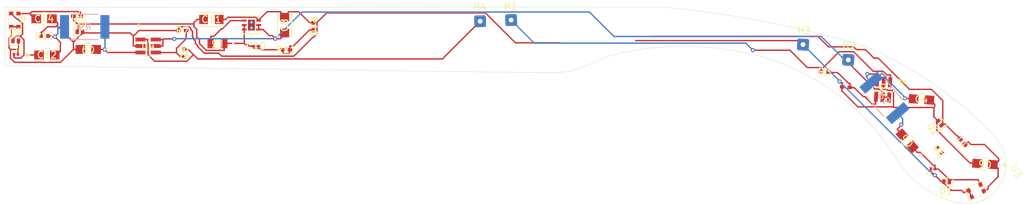
<source format=kicad_pcb>
(kicad_pcb (version 20240108) (generator "pcbnew") (generator_version "8.0")
  (layers (0 "F.Cu" signal) (31 "B.Cu" signal) (34 "B.Paste" user) (35 "F.Paste" user) (36 "B.SilkS" user "B.Silkscreen") (37 "F.SilkS" user "F.Silkscreen") (38 "B.Mask" user) (39 "F.Mask" user) (44 "Edge.Cuts" user))
  (net 0 "")
  (net 1 "Net-(U1-EN)")
  (net 2 "Net-(D1-A2)")
  (net 3 "Net-(D2-A1)")
  (net 4 "Net-(U2-IN+)")
  (net 5 "Net-(C5-Pad2)")
  (net 6 "Net-(D1-A1)")
  (net 7 "Net-(U3-GND)")
  (net 8 "Net-(U2-OUT)")
  (net 9 "Net-(U2-IN-)")
  (net 10 "Net-(U4-IN+)")
  (net 11 "Net-(D3-A1)")
  (net 12 "Net-(C12-Pad2)")
  (net 13 "Net-(D4-A1)")
  (net 14 "Net-(U6-2V)")
  (net 15 "Net-(U4-OUT)")
  (net 16 "Net-(U5-SW)")
  (net 17 "Net-(U4-IN-)")
  (footprint "ARGlasses:G-033_MUR" (layer "F.Cu") (at 96.3199 76.0725)
    (property "Reference" "C10")
    (property "Value" "22pF")
  )
  (footprint "ARGlasses:RES_RN73R_1E_KOA" (layer "F.Cu") (at 65.4776 74.5866)
    (property "Reference" "R12")
    (property "Value" "17.8kO")
  )
  (footprint "Voltage Regulator:DRV6_1P6X1" (layer "F.Cu") (at 95.6702 72.989)
    (property "Reference" "U5" (hide yes))
    (property "Value" "TPS62122DRVR")
  )
  (footprint "ARGlasses:RC0402N_PAN" (layer "F.Cu") (at 179.3431 79.8406 -4)
    (property "Reference" "R3")
    (property "Value" "15kO")
  )
  (footprint "ARGlasses:IND_BLM15_0402_MUR" (layer "F.Cu") (at 199.4581 90.0731 -49)
    (property "Reference" "L1")
    (property "Value" "BLM15AG102SN1D")
  )
  (footprint "ARGlasses:RC0402N_PAN" (layer "F.Cu") (at 85.8514 77.0675 -90)
    (property "Reference" "R8")
    (property "Value" "15kO")
  )
  (footprint "ARGlasses:RC0402N_PAN" (layer "F.Cu") (at 182.4398 82.0705 -4)
    (property "Reference" "R4" (hide yes))
    (property "Value" "10kO")
  )
  (footprint "Single Input Op Amp:DBV6" (layer "F.Cu") (at 187.8644 82.414 -94)
    (property "Reference" "U2")
    (property "Value" "OPA341NA/3K")
  )
  (footprint "ARGlasses:CMM2718AT" (layer "F.Cu") (at 201.445 97.2356 -64)
    (property "Reference" "U3")
    (property "Value" "~")
  )
  (footprint "ARGlasses:CAPC0603X33N" (layer "F.Cu") (at 195.1301 94.0202 176)
    (property "Reference" "C7")
    (property "Value" "15pF")
  )
  (footprint "Connector_Wire:SolderWire-0.15sqmm_1x01_D0.5mm_OD1.5mm" (layer "F.Cu") (at 129.0502 72.4316 1)
    (property "Reference" "H4")
    (property "Value" "MountingHole_Pad")
  )
  (footprint "ARGlasses:RC0402N_PAN" (layer "F.Cu") (at 85.588 73.7898)
    (property "Reference" "R7")
    (property "Value" "10kO")
  )
  (footprint "Diode_SMD:D_SOD-882D" (layer "F.Cu") (at 197.1289 95.9198 176)
    (property "Reference" "D1")
    (property "Value" "D_TVS")
  )
  (footprint "ARGlasses:CAPMP3.4X1.6_1.8N_KEM" (layer "F.Cu") (at 65.4091 72.075)
    (property "Reference" "C14")
    (property "Value" "0.1uF")
  )
  (footprint "ARGlasses:TAJA_AVX" (layer "F.Cu") (at 100.5134 73.0083 90)
    (property "Reference" "C8")
    (property "Value" "4.7uF")
  )
  (footprint "Diode_SMD:D_SOD-882D" (layer "F.Cu") (at 70.6355 73.9862)
    (property "Reference" "D3")
    (property "Value" "D_TVS")
  )
  (footprint "ARGlasses:CMM2718AT" (layer "F.Cu") (at 61.1341 72.2662)
    (property "Reference" "U6" (hide yes))
    (property "Value" "~" (hide yes))
  )
  (footprint "ARGlasses:CAPMP3.4X1.6_1.8N_KEM" (layer "F.Cu") (at 202.7319 93.3185 176)
    (property "Reference" "C6")
    (property "Value" "0.1uF")
  )
  (footprint "ARGlasses:CAPC0603X33N" (layer "F.Cu") (at 61.3026 77.2719)
    (property "Reference" "C13")
    (property "Value" "15pF")
  )
  (footprint "Diode_SMD:D_SOD-882D" (layer "F.Cu") (at 196.1506 87.329 131)
    (property "Reference" "D2")
    (property "Value" "D_TVS")
  )
  (footprint "ARGlasses:CAPMP3.4X1.6_1.8N_KEM" (layer "F.Cu") (at 191.3847 89.9255 131)
    (property "Reference" "C5")
    (property "Value" "0.1uF")
  )
  (footprint "ARGlasses:IND_2012_TDK" (layer "F.Cu") (at 90.7156 75.6658 180)
    (property "Reference" "L3")
    (property "Value" "22uH")
  )
  (footprint "ARGlasses:RC0402N_PAN" (layer "F.Cu") (at 104.6829 73.1701 -90)
    (property "Reference" "R10")
    (property "Value" "240kO")
  )
  (footprint "Connector_Wire:SolderWire-0.15sqmm_1x01_D0.5mm_OD1.5mm" (layer "F.Cu") (at 182.782 78.0848 -4)
    (property "Reference" "H2")
    (property "Value" "MountingHole_Pad")
  )
  (footprint "ARGlasses:TAJA_AVX" (layer "F.Cu") (at 89.8257 72.172)
    (property "Reference" "C11")
    (property "Value" "4.7uF")
  )
  (footprint "ARGlasses:RES_RN73R_1E_KOA" (layer "F.Cu") (at 196.1081 91.3339 131)
    (property "Reference" "R6")
    (property "Value" "17.8kO")
  )
  (footprint "Connector_Wire:SolderWire-0.15sqmm_1x01_D0.5mm_OD1.5mm" (layer "F.Cu") (at 176.1763 75.8509 -4)
    (property "Reference" "H3")
    (property "Value" "MountingHole_Pad")
  )
  (footprint "Connector_Wire:SolderWire-0.15sqmm_1x01_D0.5mm_OD1.5mm" (layer "F.Cu") (at 133.5746 72.2585 2)
    (property "Reference" "H1")
    (property "Value" "MountingHole_Pad")
  )
  (footprint "ARGlasses:CAPMP3.4X1.6_1.8N_KEM" (layer "F.Cu") (at 65.8165 77.3684)
    (property "Reference" "C12")
    (property "Value" "0.1uF")
  )
  (footprint "ARGlasses:IND_BLM15_0402_MUR" (layer "F.Cu") (at 70.201 71.6708)
    (property "Reference" "L4")
    (property "Value" "BLM15AG102SN1D")
  )
  (footprint "ARGlasses:CAPMP3.4X1.6_1.8N_KEM" (layer "F.Cu") (at 193.4634 83.873 -4)
    (property "Reference" "C4")
    (property "Value" "0.1uF")
  )
  (footprint "ARGlasses:RC0402N_PAN" (layer "F.Cu") (at 100.7254 76.6041)
    (property "Reference" "R11")
    (property "Value" "360kO")
  )
  (footprint "Single Input Op Amp:DBV6" (layer "F.Cu") (at 80.5922 76.054)
    (property "Reference" "U4")
    (property "Value" "OPA341NA/3K")
  )
  (footprint "ARGlasses:CAPMP3.4X1.6_1.8N_KEM" (layer "F.Cu") (at 71.852 76.553 180)
    (property "Reference" "C9")
    (property "Value" "0.1uF")
  )
  (footprint "Diode_SMD:D_SOD-882D" (layer "F.Cu") (at 61.265 75.3115)
    (property "Reference" "D4")
    (property "Value" "D_TVS")
  )
  (footprint "ARGlasses:RES_RMCF2512_STP" (layer "B.Cu") (at 71.3391 73.2573 180)
    (property "Reference" "R9")
    (property "Value" "90.9 O")
  )
  (footprint "ARGlasses:RES_RMCF2512_STP" (layer "B.Cu") (at 188.0598 83.6479 -49)
    (property "Reference" "R5")
    (property "Value" "90.9 O")
  )
  (gr_arc (start 184.939561 75.985462) (mid 195.329814 81.657888) (end 204.268051 89.419446) (stroke (width 0.05)) (layer "Edge.Cuts"))
  (gr_line (start 59.648239 78.926108) (end 59.764677 70.412212) (stroke (width 0.05)) (layer "Edge.Cuts"))
  (gr_line (start 59.764677 70.412212) (end 155.520851 70.341695) (stroke (width 0.05)) (layer "Edge.Cuts"))
  (gr_arc (start 142.561199 79.678314) (mid 141.17471 79.85594) (end 139.782227 79.977993) (stroke (width 0.05)) (layer "Edge.Cuts"))
  (gr_arc (start 147.72901 77.546707) (mid 156.236758 76.172259) (end 164.847265 76.532861) (stroke (width 0.05)) (layer "Edge.Cuts"))
  (gr_arc (start 164.847265 76.532861) (mid 178.918704 81.583428) (end 189.534691 92.110281) (stroke (width 0.05)) (layer "Edge.Cuts"))
  (gr_arc (start 204.268051 89.419446) (mid 205.084692 96.092375) (end 199.05617 99.067571) (stroke (width 0.05)) (layer "Edge.Cuts"))
  (gr_arc (start 199.05617 99.067571) (mid 193.544965 96.615977) (end 189.534691 92.110281) (stroke (width 0.05)) (layer "Edge.Cuts"))
  (gr_line (start 139.782227 79.977993) (end 59.648239 78.926108) (stroke (width 0.05)) (layer "Edge.Cuts"))
  (gr_arc (start 155.520851 70.341695) (mid 170.367058 72.450223) (end 184.939561 75.985462) (stroke (width 0.05)) (layer "Edge.Cuts"))
  (gr_arc (start 147.72901 77.546707) (mid 145.170165 78.673267) (end 142.561199 79.678314) (stroke (width 0.05)) (layer "Edge.Cuts"))
  (segment (start 82.7496 76.0596) (end 82.7496 75.6902) (width 0.2) (layer "F.Cu") (net 1))
  (segment (start 99.9185 74.9836) (end 99.1569 74.9836) (width 0.2) (layer "F.Cu") (net 1))
  (segment (start 82.8467 75.0151) (end 84.4086 75.0151) (width 0.2) (layer "F.Cu") (net 1))
  (segment (start 96.7185 73.6417) (end 97.3715 73.6434) (width 0.2) (layer "F.Cu") (net 1))
  (segment (start 187.7835 83.5287) (end 188.6623 83.5287) (width 0.2) (layer "F.Cu") (net 1))
  (segment (start 100.5104 74.3917) (end 99.9185 74.9836) (width 0.2) (layer "F.Cu") (net 1))
  (segment (start 187.7835 82.8979) (end 187.7835 83.5287) (width 0.2) (layer "F.Cu") (net 1))
  (segment (start 81.7123 75.1069) (end 82.7522 75.1096) (width 0.2) (layer "F.Cu") (net 1))
  (segment (start 99.1569 74.9836) (end 98.6989 74.5256) (width 0.2) (layer "F.Cu") (net 1))
  (segment (start 98.6989 74.5256) (end 98.2537 74.5256) (width 0.2) (layer "F.Cu") (net 1))
  (segment (start 186.6373 82.3432) (end 187.2288 82.3432) (width 0.2) (layer "F.Cu") (net 1))
  (segment (start 96.7185 72.9934) (end 96.7185 73.6417) (width 0.2) (layer "F.Cu") (net 1))
  (segment (start 81.7098 76.0569) (end 82.7496 76.0596) (width 0.2) (layer "F.Cu") (net 1))
  (segment (start 82.7522 75.6876) (end 82.7522 75.1096) (width 0.2) (layer "F.Cu") (net 1))
  (segment (start 188.6623 83.5287) (end 188.731 83.5974) (width 0.2) (layer "F.Cu") (net 1))
  (segment (start 182.782 78.4879) (end 186.6373 82.3432) (width 0.2) (layer "F.Cu") (net 1))
  (segment (start 96.7202 72.9917) (end 96.7185 72.9934) (width 0.2) (layer "F.Cu") (net 1))
  (segment (start 182.782 78.0848) (end 182.782 78.4879) (width 0.2) (layer "F.Cu") (net 1))
  (segment (start 187.2288 82.3432) (end 187.7835 82.8979) (width 0.2) (layer "F.Cu") (net 1))
  (segment (start 98.2537 74.5256) (end 97.3715 73.6434) (width 0.2) (layer "F.Cu") (net 1))
  (segment (start 82.7496 75.6902) (end 82.7522 75.6876) (width 0.2) (layer "F.Cu") (net 1))
  (segment (start 82.7522 75.1096) (end 82.8467 75.0151) (width 0.2) (layer "F.Cu") (net 1))
  (segment (start 100.5104 74.1515) (end 100.5104 74.3917) (width 0.2) (layer "F.Cu") (net 1))
  (via (at 84.4086 75.0151) (size 0.6) (drill 0.3) (layers "F.Cu" "B.Cu") (net 1))
  (via (at 99.1569 74.9836) (size 0.6) (drill 0.3) (layers "F.Cu" "B.Cu") (net 1))
  (segment (start 182.782 78.0848) (end 182.2636 78.0848) (width 0.2) (layer "B.Cu") (net 1))
  (segment (start 178.8358 74.657) (end 148.5748 74.657) (width 0.2) (layer "B.Cu") (net 1))
  (segment (start 145.0569 71.1391) (end 144.9983 71.0805) (width 0.2) (layer "B.Cu") (net 1))
  (segment (start 84.4401 74.9836) (end 84.4086 75.0151) (width 0.2) (layer "B.Cu") (net 1))
  (segment (start 148.5748 74.657) (end 145.0569 71.1391) (width 0.2) (layer "B.Cu") (net 1))
  (segment (start 99.1569 74.9836) (end 84.4401 74.9836) (width 0.2) (layer "B.Cu") (net 1))
  (segment (start 182.2636 78.0848) (end 178.8358 74.657) (width 0.2) (layer "B.Cu") (net 1))
  (segment (start 103.06 71.0805) (end 99.1569 74.9836) (width 0.2) (layer "B.Cu") (net 1))
  (segment (start 144.9983 71.0805) (end 103.06 71.0805) (width 0.2) (layer "B.Cu") (net 1))
  (segment (start 65.1443 74.0026) (end 64.9838 74.0026) (width 0.2) (layer "F.Cu") (net 2))
  (segment (start 189.3771 84.9564) (end 184.1752 84.9564) (width 0.2) (layer "F.Cu") (net 2))
  (segment (start 194.9934 94.5359) (end 194.8109 94.5359) (width 0.2) (layer "F.Cu") (net 2))
  (segment (start 87.4861 75.2955) (end 87.4861 75.6613) (width 0.2) (layer "F.Cu") (net 2))
  (segment (start 85.6872 73.2402) (end 85.6887 73.2387) (width 0.2) (layer "F.Cu") (net 2))
  (segment (start 181.501 81.246) (end 181.6896 81.4346) (width 0.2) (layer "F.Cu") (net 2))
  (segment (start 67.3838 72.6749) (end 67.3838 72.9687) (width 0.2) (layer "F.Cu") (net 2))
  (segment (start 90.8728 77.0973) (end 91.3168 77.5413) (width 0.2) (layer "F.Cu") (net 2))
  (segment (start 194.7681 83.9562) (end 195.3875 84.5756) (width 0.2) (layer "F.Cu") (net 2))
  (segment (start 92.2411 71.8444) (end 96.3006 71.8444) (width 0.2) (layer "F.Cu") (net 2))
  (segment (start 66.5588 72.078) (end 66.7869 72.078) (width 0.2) (layer "F.Cu") (net 2))
  (segment (start 200.4566 97.4086) (end 200.3477 97.2997) (width 0.2) (layer "F.Cu") (net 2))
  (segment (start 71.0355 74.1407) (end 77.9629 74.1407) (width 0.2) (layer "F.Cu") (net 2))
  (segment (start 96.7219 72.2657) (end 96.7219 72.3418) (width 0.2) (layer "F.Cu") (net 2))
  (segment (start 105.2377 74.2399) (end 105.2377 72.6188) (width 0.2) (layer "F.Cu") (net 2))
  (segment (start 195.2765 85.0525) (end 189.4732 85.0525) (width 0.2) (layer "F.Cu") (net 2))
  (segment (start 195.2765 86.4139) (end 195.889 87.0264) (width 0.2) (layer "F.Cu") (net 2))
  (segment (start 104.6843 72.6173) (end 104.131 72.6159) (width 0.2) (layer "F.Cu") (net 2))
  (segment (start 195.6895 88.3326) (end 195.6895 87.2259) (width 0.2) (layer "F.Cu") (net 2))
  (segment (start 60.4633 74.71) (end 60.2952 74.8781) (width 0.2) (layer "F.Cu") (net 2))
  (segment (start 196.7299 95.8909) (end 196.3484 95.8909) (width 0.2) (layer "F.Cu") (net 2))
  (segment (start 197.7977 97.1839) (end 196.7299 96.1161) (width 0.2) (layer "F.Cu") (net 2))
  (segment (start 66.7869 72.078) (end 67.3838 72.6749) (width 0.2) (layer "F.Cu") (net 2))
  (segment (start 104.6843 72.6173) (end 105.2377 72.6187) (width 0.2) (layer "F.Cu") (net 2))
  (segment (start 200.8055 98.1288) (end 200.4566 97.4086) (width 0.2) (layer "F.Cu") (net 2))
  (segment (start 189.4732 85.0525) (end 189.3771 84.9564) (width 0.2) (layer "F.Cu") (net 2))
  (segment (start 101.8652 77.5413) (end 104.6143 74.7922) (width 0.2) (layer "F.Cu") (net 2))
  (segment (start 195.2765 85.0525) (end 195.2765 86.4139) (width 0.2) (layer "F.Cu") (net 2))
  (segment (start 91.3168 77.5413) (end 101.8652 77.5413) (width 0.2) (layer "F.Cu") (net 2))
  (segment (start 61.6566 73.2326) (end 61.0534 73.231) (width 0.2) (layer "F.Cu") (net 2))
  (segment (start 187.8671 82.377) (end 188.3681 82.377) (width 0.2) (layer "F.Cu") (net 2))
  (segment (start 86.8155 73.4616) (end 86.8155 73.6406) (width 0.2) (layer "F.Cu") (net 2))
  (segment (start 85.6887 73.2387) (end 86.5926 73.2387) (width 0.2) (layer "F.Cu") (net 2))
  (segment (start 61.5849 76.548) (end 61.665 76.4679) (width 0.2) (layer "F.Cu") (net 2))
  (segment (start 196.7299 96.1161) (end 196.7299 95.8909) (width 0.2) (layer "F.Cu") (net 2))
  (segment (start 194.6101 83.9562) (end 194.7681 83.9562) (width 0.2) (layer "F.Cu") (net 2))
  (segment (start 78.4348 74.6126) (end 79.259 73.7884) (width 0.2) (layer "F.Cu") (net 2))
  (segment (start 129.8279 71.2196) (end 134.1942 75.5859) (width 0.2) (layer "F.Cu") (net 2))
  (segment (start 199.2929 91.936) (end 199.2738 91.9169) (width 0.2) (layer "F.Cu") (net 2))
  (segment (start 87.0658 74.6749) (end 87.1288 74.7379) (width 0.2) (layer "F.Cu") (net 2))
  (segment (start 88.783 77.0973) (end 90.8728 77.0973) (width 0.2) (layer "F.Cu") (net 2))
  (segment (start 79.4746 76.0511) (end 78.4348 76.0484) (width 0.2) (layer "F.Cu") (net 2))
  (segment (start 60.5001 76.548) (end 61.5849 76.548) (width 0.2) (layer "F.Cu") (net 2))
  (segment (start 84.6785 73.7875) (end 85.2258 73.2402) (width 0.2) (layer "F.Cu") (net 2))
  (segment (start 60.6052 74.566) (end 60.4633 74.7079) (width 0.2) (layer "F.Cu") (net 2))
  (segment (start 175.5844 75.259) (end 176.1763 75.8509) (width 0.2) (layer "F.Cu") (net 2))
  (segment (start 100.5164 71.6555) (end 101.1258 71.0461) (width 0.2) (layer "F.Cu") (net 2))
  (segment (start 105.2377 72.6188) (end 106.6369 71.2196) (width 0.2) (layer "F.Cu") (net 2))
  (segment (start 200.5145 93.1576) (end 199.561 92.2041) (width 0.2) (layer "F.Cu") (net 2))
  (segment (start 86.8155 73.6406) (end 87.0658 73.8909) (width 0.2) (layer "F.Cu") (net 2))
  (segment (start 87.1522 74.8259) (end 87.1522 74.9616) (width 0.2) (layer "F.Cu") (net 2))
  (segment (start 105.2377 72.6188) (end 105.2377 72.6187) (width 0.2) (layer "F.Cu") (net 2))
  (segment (start 104.131 72.6158) (end 104.131 72.6159) (width 0.2) (layer "F.Cu") (net 2))
  (segment (start 85.0352 73.7884) (end 84.6785 73.7875) (width 0.2) (layer "F.Cu") (net 2))
  (segment (start 102.5613 71.0461) (end 104.131 72.6158) (width 0.2) (layer "F.Cu") (net 2))
  (segment (start 100.5164 71.6555) (end 99.8918 71.0309) (width 0.2) (layer "F.Cu") (net 2))
  (segment (start 196.3484 95.8909) (end 195.4104 94.9529) (width 0.2) (layer "F.Cu") (net 2))
  (segment (start 60.2952 76.3431) (end 60.5001 76.548) (width 0.2) (layer "F.Cu") (net 2))
  (segment (start 87.1288 74.7379) (end 87.1288 74.8025) (width 0.2) (layer "F.Cu") (net 2))
  (segment (start 87.8101 76.1244) (end 88.783 77.0973) (width 0.2) (layer "F.Cu") (net 2))
  (segment (start 106.6369 71.2196) (end 129.8279 71.2196) (width 0.2) (layer "F.Cu") (net 2))
  (segment (start 189.3771 82.7158) (end 189.3771 84.9564) (width 0.2) (layer "F.Cu") (net 2))
  (segment (start 181.8884 82.0305) (end 181.9317 81.4346) (width 0.2) (layer "F.Cu") (net 2))
  (segment (start 101.1258 71.0461) (end 102.5613 71.0461) (width 0.2) (layer "F.Cu") (net 2))
  (segment (start 91.9081 72.1774) (end 92.2411 71.8444) (width 0.2) (layer "F.Cu") (net 2))
  (segment (start 181.8884 82.0305) (end 181.8451 82.6264) (width 0.2) (layer "F.Cu") (net 2))
  (segment (start 188.5319 82.5408) (end 189.2021 82.5408) (width 0.2) (layer "F.Cu") (net 2))
  (segment (start 61.115 78.4433) (end 67.7995 78.4433) (width 0.2) (layer "F.Cu") (net 2))
  (segment (start 87.1288 74.8025) (end 87.1522 74.8259) (width 0.2) (layer "F.Cu") (net 2))
  (segment (start 65.9075 73.2394) (end 65.1443 74.0026) (width 0.2) (layer "F.Cu") (net 2))
  (segment (start 195.4104 94.9529) (end 194.9934 94.5359) (width 0.2) (layer "F.Cu") (net 2))
  (segment (start 60.6051 73.8032) (end 60.6052 73.8032) (width 0.2) (layer "F.Cu") (net 2))
  (segment (start 199.4078 92.0509) (end 199.3312 91.9743) (width 0.2) (layer "F.Cu") (net 2))
  (segment (start 97.9567 71.0309) (end 96.7219 72.2657) (width 0.2) (layer "F.Cu") (net 2))
  (segment (start 96.3006 71.8444) (end 96.7219 72.2657) (width 0.2) (layer "F.Cu") (net 2))
  (segment (start 87.8101 75.9853) (end 87.8101 76.1244) (width 0.2) (layer "F.Cu") (net 2))
  (segment (start 199.6451 97.5243) (end 199.3047 97.1839) (width 0.2) (layer "F.Cu") (net 2))
  (segment (start 67.7995 78.4433) (end 69.6954 76.5474) (width 0.2) (layer "F.Cu") (net 2))
  (segment (start 199.2642 91.9073) (end 195.6895 88.3326) (width 0.2) (layer "F.Cu") (net 2))
  (segment (start 189.2021 82.5408) (end 189.3771 82.7158) (width 0.2) (layer "F.Cu") (net 2))
  (segment (start 188.3681 82.377) (end 188.5319 82.5408) (width 0.2) (layer "F.Cu") (net 2))
  (segment (start 61.665 76.4679) (end 61.665 75.3125) (width 0.2) (layer "F.Cu") (net 2))
  (segment (start 60.4633 74.7079) (end 60.4633 74.71) (width 0.2) (layer "F.Cu") (net 2))
  (segment (start 181.6896 81.4346) (end 181.9317 81.4346) (width 0.2) (layer "F.Cu") (net 2))
  (segment (start 181.8452 82.6264) (end 181.8451 82.6264) (width 0.2) (layer "F.Cu") (net 2))
  (segment (start 84.4025 73.7884) (end 84.4041 73.7868) (width 0.2) (layer "F.Cu") (net 2))
  (segment (start 61.0534 73.2311) (end 60.6079 73.2311) (width 0.2) (layer "F.Cu") (net 2))
  (segment (start 87.4861 75.6613) (end 87.8101 75.9853) (width 0.2) (layer "F.Cu") (net 2))
  (segment (start 195.6895 87.2259) (end 195.889 87.0264) (width 0.2) (layer "F.Cu") (net 2))
  (segment (start 200.3477 97.1839) (end 199.6451 97.5243) (width 0.2) (layer "F.Cu") (net 2))
  (segment (start 67.1131 73.2394) (end 65.9075 73.2394) (width 0.2) (layer "F.Cu") (net 2))
  (segment (start 67.2836 73.0689) (end 67.1131 73.2394) (width 0.2) (layer "F.Cu") (net 2))
  (segment (start 200.3477 97.2997) (end 200.3477 97.1839) (width 0.2) (layer "F.Cu") (net 2))
  (segment (start 195.3875 84.5756) (end 195.3875 84.9415) (width 0.2) (layer "F.Cu") (net 2))
  (segment (start 184.1752 84.9564) (end 181.8452 82.6264) (width 0.2) (layer "F.Cu") (net 2))
  (segment (start 77.9629 74.1407) (end 78.4348 74.6126) (width 0.2) (layer "F.Cu") (net 2))
  (segment (start 60.2952 74.8781) (end 60.2952 76.3431) (width 0.2) (layer "F.Cu") (net 2))
  (segment (start 99.8918 71.0309) (end 97.9567 71.0309) (width 0.2) (layer "F.Cu") (net 2))
  (segment (start 85.2258 73.2402) (end 85.6872 73.2402) (width 0.2) (layer "F.Cu") (net 2))
  (segment (start 79.259 73.7884) (end 84.4025 73.7884) (width 0.2) (layer "F.Cu") (net 2))
  (segment (start 71.0355 74.1407) (end 71.0355 73.9872) (width 0.2) (layer "F.Cu") (net 2))
  (segment (start 195.3875 84.9415) (end 195.2765 85.0525) (width 0.2) (layer "F.Cu") (net 2))
  (segment (start 69.6954 75.4808) (end 69.6954 76.5474) (width 0.2) (layer "F.Cu") (net 2))
  (segment (start 199.3047 97.1839) (end 197.7977 97.1839) (width 0.2) (layer "F.Cu") (net 2))
  (segment (start 61.5836 77.2726) (end 61.5849 76.7696) (width 0.2) (layer "F.Cu") (net 2))
  (segment (start 67.3838 72.9687) (end 67.2836 73.0689) (width 0.2) (layer "F.Cu") (net 2))
  (segment (start 199.3312 91.9743) (end 199.2929 91.936) (width 0.2) (layer "F.Cu") (net 2))
  (segment (start 104.6854 74.7922) (end 105.2377 74.2399) (width 0.2) (layer "F.Cu") (net 2))
  (segment (start 187.9453 81.2993) (end 187.8671 82.377) (width 0.2) (layer "F.Cu") (net 2))
  (segment (start 100.5164 71.8651) (end 100.5164 71.6555) (width 0.2) (layer "F.Cu") (net 2))
  (segment (start 86.5926 73.2387) (end 86.8155 73.4616) (width 0.2) (layer "F.Cu") (net 2))
  (segment (start 70.7023 76.55) (end 69.6954 76.5474) (width 0.2) (layer "F.Cu") (net 2))
  (segment (start 67.2836 73.0689) (end 69.6954 75.4808) (width 0.2) (layer "F.Cu") (net 2))
  (segment (start 104.6143 74.7922) (end 104.6854 74.7922) (width 0.2) (layer "F.Cu") (net 2))
  (segment (start 64.9823 74.5853) (end 64.9838 74.0026) (width 0.2) (layer "F.Cu") (net 2))
  (segment (start 61.0534 73.231) (end 61.0534 73.2311) (width 0.2) (layer "F.Cu") (net 2))
  (segment (start 78.4348 76.0484) (end 78.4348 74.6126) (width 0.2) (layer "F.Cu") (net 2))
  (segment (start 199.561 92.2041) (end 199.4078 92.0509) (width 0.2) (layer "F.Cu") (net 2))
  (segment (start 71.0355 74.1407) (end 69.6954 75.4808) (width 0.2) (layer "F.Cu") (net 2))
  (segment (start 84.6785 73.7875) (end 84.4041 73.7868) (width 0.2) (layer "F.Cu") (net 2))
  (segment (start 199.2738 91.9169) (end 199.2642 91.9073) (width 0.2) (layer "F.Cu") (net 2))
  (segment (start 151.7413 75.259) (end 175.5844 75.259) (width 0.2) (layer "F.Cu") (net 2))
  (segment (start 60.5001 77.8284) (end 61.115 78.4433) (width 0.2) (layer "F.Cu") (net 2))
  (segment (start 87.0658 73.8909) (end 87.0658 74.6749) (width 0.2) (layer "F.Cu") (net 2))
  (segment (start 90.9689 72.175) (end 91.9081 72.1774) (width 0.2) (layer "F.Cu") (net 2))
  (segment (start 61.5849 76.548) (end 61.5849 76.7696) (width 0.2) (layer "F.Cu") (net 2))
  (segment (start 60.6079 73.2311) (end 60.6066 73.2298) (width 0.2) (layer "F.Cu") (net 2))
  (segment (start 194.8498 93.9999) (end 194.8109 94.5359) (width 0.2) (layer "F.Cu") (net 2))
  (segment (start 87.1522 74.9616) (end 87.4861 75.2955) (width 0.2) (layer "F.Cu") (net 2))
  (segment (start 60.6066 73.2298) (end 60.6051 73.8032) (width 0.2) (layer "F.Cu") (net 2))
  (segment (start 134.1942 75.5859) (end 140.6751 75.5859) (width 0.2) (layer "F.Cu") (net 2))
  (segment (start 60.5001 76.548) (end 60.5001 77.8284) (width 0.2) (layer "F.Cu") (net 2))
  (segment (start 60.6052 73.8032) (end 60.6052 74.566) (width 0.2) (layer "F.Cu") (net 2))
  (segment (start 201.5852 93.2353) (end 200.5145 93.1576) (width 0.2) (layer "F.Cu") (net 2))
  (via (at 181.501 81.246) (size 0.6) (drill 0.3) (layers "F.Cu" "B.Cu") (net 2))
  (via (at 195.4104 94.9529) (size 0.6) (drill 0.3) (layers "F.Cu" "B.Cu") (net 2))
  (segment (start 195.2079 94.9529) (end 195.4104 94.9529) (width 0.2) (layer "B.Cu") (net 2))
  (segment (start 181.501 81.1756) (end 181.501 81.246) (width 0.2) (layer "B.Cu") (net 2))
  (segment (start 181.501 81.246) (end 195.2079 94.9529) (width 0.2) (layer "B.Cu") (net 2))
  (segment (start 176.1763 75.8509) (end 181.501 81.1756) (width 0.2) (layer "B.Cu") (net 2))
  (segment (start 189.1721 79.8425) (end 189.17 79.8425) (width 0.2) (layer "F.Cu") (net 3))
  (segment (start 186.5194 77.8237) (end 185.2769 76.5812) (width 0.2) (layer "F.Cu") (net 3))
  (segment (start 185.2769 76.5812) (end 183.9985 76.5812) (width 0.2) (layer "F.Cu") (net 3))
  (segment (start 189.17 79.8425) (end 187.1512 77.8237) (width 0.2) (layer "F.Cu") (net 3))
  (segment (start 196.5677 87.4761) (end 196.9144 87.4761) (width 0.2) (layer "F.Cu") (net 3))
  (segment (start 187.1512 77.8237) (end 186.5194 77.8237) (width 0.2) (layer "F.Cu") (net 3))
  (segment (start 196.5677 87.4761) (end 196.5677 84.0471) (width 0.2) (layer "F.Cu") (net 3))
  (segment (start 194.9138 82.3932) (end 191.7228 82.3932) (width 0.2) (layer "F.Cu") (net 3))
  (segment (start 196.5677 84.0471) (end 194.9138 82.3932) (width 0.2) (layer "F.Cu") (net 3))
  (segment (start 183.908 76.4907) (end 183.8564 76.4907) (width 0.2) (layer "F.Cu") (net 3))
  (segment (start 183.5453 76.1796) (end 179.8853 76.1796) (width 0.2) (layer "F.Cu") (net 3))
  (segment (start 199.1175 89.6792) (end 198.66 89.1502) (width 0.2) (layer "F.Cu") (net 3))
  (segment (start 196.4122 87.6316) (end 196.5677 87.4761) (width 0.2) (layer "F.Cu") (net 3))
  (segment (start 183.8564 76.4907) (end 183.5453 76.1796) (width 0.2) (layer "F.Cu") (net 3))
  (segment (start 183.9985 76.5812) (end 183.908 76.4907) (width 0.2) (layer "F.Cu") (net 3))
  (segment (start 191.7228 82.3932) (end 189.1721 79.8425) (width 0.2) (layer "F.Cu") (net 3))
  (segment (start 196.9144 87.4761) (end 198.5885 89.1502) (width 0.2) (layer "F.Cu") (net 3))
  (segment (start 179.8853 76.1796) (end 178.3543 74.6486) (width 0.2) (layer "F.Cu") (net 3))
  (segment (start 198.5885 89.1502) (end 198.66 89.1502) (width 0.2) (layer "F.Cu") (net 3))
  (segment (start 178.3543 74.6486) (end 154.2057 74.6486) (width 0.2) (layer "F.Cu") (net 3))
  (segment (start 192.3167 83.7898) (end 191.246 83.7121) (width 0.2) (layer "F.Cu") (net 4))
  (segment (start 185.5732 80.1544) (end 187.0744 80.1544) (width 0.2) (layer "F.Cu") (net 4))
  (segment (start 187.0759 80.1529) (end 187.076 80.1529) (width 0.2) (layer "F.Cu") (net 4))
  (segment (start 187.0744 80.1544) (end 187.0759 80.1529) (width 0.2) (layer "F.Cu") (net 4))
  (segment (start 191.246 83.7121) (end 191.0504 83.7121) (width 0.2) (layer "F.Cu") (net 4))
  (segment (start 186.9978 81.2306) (end 187.076 80.1529) (width 0.2) (layer "F.Cu") (net 4))
  (via (at 185.5732 80.1544) (size 0.6) (drill 0.3) (layers "F.Cu" "B.Cu") (net 4))
  (via (at 191.0504 83.7121) (size 0.6) (drill 0.3) (layers "F.Cu" "B.Cu") (net 4))
  (segment (start 185.5244 80.4627) (end 185.5244 80.2032) (width 0.2) (layer "B.Cu") (net 4))
  (segment (start 186.1326 81.4192) (end 187.7201 80.0464) (width 0.2) (layer "B.Cu") (net 4))
  (segment (start 185.407 80.5801) (end 185.5244 80.4627) (width 0.2) (layer "B.Cu") (net 4))
  (segment (start 188.2967 80.8059) (end 188.2967 80.623) (width 0.2) (layer "B.Cu") (net 4))
  (segment (start 191.0504 83.7121) (end 191.0504 83.5596) (width 0.2) (layer "B.Cu") (net 4))
  (segment (start 191.0504 83.5596) (end 188.2967 80.8059) (width 0.2) (layer "B.Cu") (net 4))
  (segment (start 188.2967 80.623) (end 187.7201 80.0464) (width 0.2) (layer "B.Cu") (net 4))
  (segment (start 186.1326 81.4192) (end 185.407 80.5801) (width 0.2) (layer "B.Cu") (net 4))
  (segment (start 185.5244 80.2032) (end 185.5732 80.1544) (width 0.2) (layer "B.Cu") (net 4))
  (segment (start 190.5121 87.6327) (end 190.5121 87.6032) (width 0.2) (layer "F.Cu") (net 5))
  (segment (start 190.5121 87.6618) (end 190.5121 87.6613) (width 0.2) (layer "F.Cu") (net 5))
  (segment (start 190.6327 89.0558) (end 189.9306 88.2438) (width 0.2) (layer "F.Cu") (net 5))
  (segment (start 190.5121 87.6586) (end 190.5121 87.6549) (width 0.2) (layer "F.Cu") (net 5))
  (segment (start 190.5121 87.6613) (end 190.5121 87.6604) (width 0.2) (layer "F.Cu") (net 5))
  (segment (start 190.5121 87.6549) (end 190.5121 87.6475) (width 0.2) (layer "F.Cu") (net 5))
  (segment (start 190.5121 87.6475) (end 190.5121 87.6327) (width 0.2) (layer "F.Cu") (net 5))
  (segment (start 190.5121 87.6032) (end 190.5121 87.5441) (width 0.2) (layer "F.Cu") (net 5))
  (segment (start 190.5121 87.6623) (end 190.5121 87.6618) (width 0.2) (layer "F.Cu") (net 5))
  (segment (start 189.9306 88.2438) (end 190.5121 87.6623) (width 0.2) (layer "F.Cu") (net 5))
  (segment (start 190.5121 87.6604) (end 190.5121 87.6586) (width 0.2) (layer "F.Cu") (net 5))
  (via (at 190.5121 87.5441) (size 0.6) (drill 0.3) (layers "F.Cu" "B.Cu") (net 5))
  (segment (start 190.5121 87.5441) (end 190.7126 87.3436) (width 0.2) (layer "B.Cu") (net 5))
  (segment (start 190.7126 87.3436) (end 190.7126 86.7157) (width 0.2) (layer "B.Cu") (net 5))
  (segment (start 189.987 85.8766) (end 190.7126 86.7157) (width 0.2) (layer "B.Cu") (net 5))
  (segment (start 192.8389 91.6071) (end 193.2772 91.6071) (width 0.2) (layer "F.Cu") (net 6))
  (segment (start 195.9371 94.0788) (end 196.3282 94.4699) (width 0.2) (layer "F.Cu") (net 6))
  (segment (start 193.2772 91.6071) (end 195.1746 93.5045) (width 0.2) (layer "F.Cu") (net 6))
  (segment (start 202.0845 96.3424) (end 201.7355 95.6222) (width 0.2) (layer "F.Cu") (net 6))
  (segment (start 192.8388 91.6072) (end 192.8389 91.6071) (width 0.2) (layer "F.Cu") (net 6))
  (segment (start 195.4104 94.0405) (end 195.9371 94.0787) (width 0.2) (layer "F.Cu") (net 6))
  (segment (start 195.1746 93.5045) (end 195.4493 93.5045) (width 0.2) (layer "F.Cu") (net 6))
  (segment (start 197.5279 95.6222) (end 201.7355 95.6222) (width 0.2) (layer "F.Cu") (net 6))
  (segment (start 192.1367 90.7952) (end 192.8388 91.6072) (width 0.2) (layer "F.Cu") (net 6))
  (segment (start 195.4104 94.0405) (end 195.4493 93.5045) (width 0.2) (layer "F.Cu") (net 6))
  (segment (start 197.5279 95.6222) (end 197.5279 95.9487) (width 0.2) (layer "F.Cu") (net 6))
  (segment (start 196.3756 94.4699) (end 197.5279 95.6222) (width 0.2) (layer "F.Cu") (net 6))
  (segment (start 196.3282 94.4699) (end 196.3756 94.4699) (width 0.2) (layer "F.Cu") (net 6))
  (segment (start 195.9371 94.0787) (end 195.9371 94.0788) (width 0.2) (layer "F.Cu") (net 6))
  (segment (start 203.195 96.6346) (end 204.6441 95.1855) (width 0.2) (layer "F.Cu") (net 7))
  (segment (start 199.7987 90.467) (end 200.2743 90.0557) (width 0.2) (layer "F.Cu") (net 7))
  (segment (start 204.7371 92.8673) (end 204.2027 93.4017) (width 0.2) (layer "F.Cu") (net 7))
  (segment (start 204.7371 92.5403) (end 204.7371 92.8673) (width 0.2) (layer "F.Cu") (net 7))
  (segment (start 202.5423 97.2873) (end 203.195 96.9711) (width 0.2) (layer "F.Cu") (net 7))
  (segment (start 200.2743 90.0557) (end 200.6856 90.467) (width 0.2) (layer "F.Cu") (net 7))
  (segment (start 202.6638 90.467) (end 204.7371 92.5403) (width 0.2) (layer "F.Cu") (net 7))
  (segment (start 204.6441 95.1855) (end 204.6441 93.9394) (width 0.2) (layer "F.Cu") (net 7))
  (segment (start 203.195 96.9711) (end 203.195 96.6346) (width 0.2) (layer "F.Cu") (net 7))
  (segment (start 204.6441 93.9394) (end 204.1064 93.4017) (width 0.2) (layer "F.Cu") (net 7))
  (segment (start 200.6856 90.467) (end 202.6638 90.467) (width 0.2) (layer "F.Cu") (net 7))
  (segment (start 204.1064 93.4017) (end 203.8786 93.4017) (width 0.2) (layer "F.Cu") (net 7))
  (segment (start 204.2027 93.4017) (end 203.8786 93.4017) (width 0.2) (layer "F.Cu") (net 7))
  (segment (start 186.4258 79.7512) (end 187.881 79.7512) (width 0.2) (layer "F.Cu") (net 8))
  (segment (start 178.7917 79.8006) (end 178.835 79.2047) (width 0.2) (layer "F.Cu") (net 8))
  (segment (start 176.7942 79.2047) (end 178.835 79.2047) (width 0.2) (layer "F.Cu") (net 8))
  (segment (start 174.2624 76.6729) (end 176.7942 79.2047) (width 0.2) (layer "F.Cu") (net 8))
  (segment (start 181.4522 76.8909) (end 183.5655 76.8909) (width 0.2) (layer "F.Cu") (net 8))
  (segment (start 168.8691 76.6729) (end 174.2624 76.6729) (width 0.2) (layer "F.Cu") (net 8))
  (segment (start 178.835 79.2047) (end 179.1384 79.2047) (width 0.2) (layer "F.Cu") (net 8))
  (segment (start 188.4202 80.2904) (end 188.971 80.2904) (width 0.2) (layer "F.Cu") (net 8))
  (segment (start 183.5655 76.8909) (end 186.4258 79.7512) (width 0.2) (layer "F.Cu") (net 8))
  (segment (start 188.8928 81.3681) (end 188.971 80.2904) (width 0.2) (layer "F.Cu") (net 8))
  (segment (start 187.881 79.7512) (end 188.4202 80.2904) (width 0.2) (layer "F.Cu") (net 8))
  (segment (start 179.1384 79.2047) (end 181.4522 76.8909) (width 0.2) (layer "F.Cu") (net 8))
  (via (at 168.8691 76.6729) (size 0.6) (drill 0.3) (layers "F.Cu" "B.Cu") (net 8))
  (segment (start 136.9445 75.6284) (end 167.8246 75.6284) (width 0.2) (layer "B.Cu") (net 8))
  (segment (start 167.8246 75.6284) (end 168.8691 76.6729) (width 0.2) (layer "B.Cu") (net 8))
  (segment (start 133.5746 72.2585) (end 136.9445 75.6284) (width 0.2) (layer "B.Cu") (net 8))
  (segment (start 181.4014 80.0959) (end 181.3293 80.0959) (width 0.2) (layer "F.Cu") (net 9))
  (segment (start 183.0345 81.5146) (end 182.8201 81.5146) (width 0.2) (layer "F.Cu") (net 9))
  (segment (start 184.9599 83.4599) (end 183.659 82.159) (width 0.2) (layer "F.Cu") (net 9))
  (segment (start 186.7578 84.5376) (end 186.2654 84.5376) (width 0.2) (layer "F.Cu") (net 9))
  (segment (start 181.1624 79.929) (end 180.5623 79.929) (width 0.2) (layer "F.Cu") (net 9))
  (segment (start 179.8945 79.8806) (end 180.5623 79.9291) (width 0.2) (layer "F.Cu") (net 9))
  (segment (start 182.8201 81.5146) (end 181.4014 80.0959) (width 0.2) (layer "F.Cu") (net 9))
  (segment (start 185.1877 83.4599) (end 184.9599 83.4599) (width 0.2) (layer "F.Cu") (net 9))
  (segment (start 186.836 83.4599) (end 186.7578 84.5376) (width 0.2) (layer "F.Cu") (net 9))
  (segment (start 182.9912 82.1105) (end 183.659 82.159) (width 0.2) (layer "F.Cu") (net 9))
  (segment (start 180.5623 79.929) (end 180.5623 79.9291) (width 0.2) (layer "F.Cu") (net 9))
  (segment (start 181.3293 80.0959) (end 181.1624 79.929) (width 0.2) (layer "F.Cu") (net 9))
  (segment (start 186.2654 84.5376) (end 185.1877 83.4599) (width 0.2) (layer "F.Cu") (net 9))
  (segment (start 182.9912 82.1105) (end 183.0345 81.5146) (width 0.2) (layer "F.Cu") (net 9))
  (segment (start 74.6743 76.9984) (end 78.4322 76.9984) (width 0.2) (layer "F.Cu") (net 10))
  (segment (start 74.2345 76.5586) (end 74.0086 76.5586) (width 0.2) (layer "F.Cu") (net 10))
  (segment (start 74.2345 76.5586) (end 74.6743 76.9984) (width 0.2) (layer "F.Cu") (net 10))
  (segment (start 73.0017 76.556) (end 74.0086 76.5586) (width 0.2) (layer "F.Cu") (net 10))
  (segment (start 79.4721 77.0011) (end 78.4322 76.9984) (width 0.2) (layer "F.Cu") (net 10))
  (via (at 74.2345 76.5586) (size 0.6) (drill 0.3) (layers "F.Cu" "B.Cu") (net 10))
  (segment (start 74.2854 73.2393) (end 74.2978 75.2741) (width 0.2) (layer "B.Cu") (net 10))
  (segment (start 74.2978 75.2741) (end 74.2978 76.4953) (width 0.2) (layer "B.Cu") (net 10))
  (segment (start 74.2978 76.4953) (end 74.2345 76.5586) (width 0.2) (layer "B.Cu") (net 10))
  (segment (start 92.309 75.6701) (end 94.6185 75.6701) (width 0.2) (layer "F.Cu") (net 11))
  (segment (start 70.3791 73.8416) (end 70.2355 73.9852) (width 0.2) (layer "F.Cu") (net 11))
  (segment (start 101.7974 76.0522) (end 104.1281 73.7215) (width 0.2) (layer "F.Cu") (net 11))
  (segment (start 91.6934 75.6684) (end 91.6907 76.6971) (width 0.2) (layer "F.Cu") (net 11))
  (segment (start 91.6934 75.6684) (end 92.3089 75.67) (width 0.2) (layer "F.Cu") (net 11))
  (segment (start 70.4719 72.8321) (end 87.2843 72.8321) (width 0.2) (layer "F.Cu") (net 11))
  (segment (start 94.6202 73.6345) (end 94.6185 73.6362) (width 0.2) (layer "F.Cu") (net 11))
  (segment (start 87.2843 72.8321) (end 87.2843 72.6256) (width 0.2) (layer "F.Cu") (net 11))
  (segment (start 95.9389 76.2708) (end 95.9389 76.0715) (width 0.2) (layer "F.Cu") (net 11))
  (segment (start 96.7009 76.0735) (end 96.7 76.4016) (width 0.2) (layer "F.Cu") (net 11))
  (segment (start 95.1588 75.8721) (end 94.8205 75.8721) (width 0.2) (layer "F.Cu") (net 11))
  (segment (start 104.6815 73.7229) (end 104.1281 73.7215) (width 0.2) (layer "F.Cu") (net 11))
  (segment (start 96.7 76.4016) (end 96.6257 76.4759) (width 0.2) (layer "F.Cu") (net 11))
  (segment (start 94.6185 75.6701) (end 94.6185 73.6362) (width 0.2) (layer "F.Cu") (net 11))
  (segment (start 100.1726 76.6027) (end 100.1726 76.8514) (width 0.2) (layer "F.Cu") (net 11))
  (segment (start 92.3089 75.67) (end 92.309 75.6701) (width 0.2) (layer "F.Cu") (net 11))
  (segment (start 87.686 73.613) (end 87.2843 73.2113) (width 0.2) (layer "F.Cu") (net 11))
  (segment (start 96.7001 76.4015) (end 96.7 76.4016) (width 0.2) (layer "F.Cu") (net 11))
  (segment (start 70.3791 72.9249) (end 70.3791 73.8416) (width 0.2) (layer "F.Cu") (net 11))
  (segment (start 99.5415 76.6011) (end 97.2207 76.6011) (width 0.2) (layer "F.Cu") (net 11))
  (segment (start 95.3566 76.07) (end 95.3566 76.0699) (width 0.2) (layer "F.Cu") (net 11))
  (segment (start 95.3566 76.0699) (end 95.1588 75.8721) (width 0.2) (layer "F.Cu") (net 11))
  (segment (start 87.2843 72.6256) (end 87.7433 72.1666) (width 0.2) (layer "F.Cu") (net 11))
  (segment (start 101.2796 76.0522) (end 101.7974 76.0522) (width 0.2) (layer "F.Cu") (net 11))
  (segment (start 97.0211 76.4015) (end 96.7001 76.4015) (width 0.2) (layer "F.Cu") (net 11))
  (segment (start 88.0876 75.6948) (end 88.0876 75.1291) (width 0.2) (layer "F.Cu") (net 11))
  (segment (start 69.6788 72.2524) (end 70.174 72.7476) (width 0.2) (layer "F.Cu") (net 11))
  (segment (start 70.2018 72.7476) (end 70.3791 72.9249) (width 0.2) (layer "F.Cu") (net 11))
  (segment (start 69.6803 71.6694) (end 69.6788 72.2524) (width 0.2) (layer "F.Cu") (net 11))
  (segment (start 88.0876 75.1291) (end 87.686 74.7275) (width 0.2) (layer "F.Cu") (net 11))
  (segment (start 94.8205 75.8721) (end 94.6185 75.6701) (width 0.2) (layer "F.Cu") (net 11))
  (segment (start 70.174 72.7476) (end 70.2018 72.7476) (width 0.2) (layer "F.Cu") (net 11))
  (segment (start 95.9389 76.0715) (end 95.3566 76.07) (width 0.2) (layer "F.Cu") (net 11))
  (segment (start 87.2843 73.2113) (end 87.2843 72.8321) (width 0.2) (layer "F.Cu") (net 11))
  (segment (start 100.4322 77.111) (end 101.0768 77.111) (width 0.2) (layer "F.Cu") (net 11))
  (segment (start 97.2207 76.6011) (end 97.0211 76.4015) (width 0.2) (layer "F.Cu") (net 11))
  (segment (start 100.1726 76.6027) (end 99.5415 76.6011) (width 0.2) (layer "F.Cu") (net 11))
  (segment (start 91.6907 76.6971) (end 91.0406 76.6971) (width 0.2) (layer "F.Cu") (net 11))
  (segment (start 101.2782 76.6055) (end 101.2796 76.0522) (width 0.2) (layer "F.Cu") (net 11))
  (segment (start 101.2782 76.9096) (end 101.2782 76.6055) (width 0.2) (layer "F.Cu") (net 11))
  (segment (start 87.686 74.7275) (end 87.686 73.613) (width 0.2) (layer "F.Cu") (net 11))
  (segment (start 94.6202 72.9863) (end 94.6202 73.6345) (width 0.2) (layer "F.Cu") (net 11))
  (segment (start 101.0768 77.111) (end 101.2782 76.9096) (width 0.2) (layer "F.Cu") (net 11))
  (segment (start 91.0391 76.6956) (end 89.0884 76.6956) (width 0.2) (layer "F.Cu") (net 11))
  (segment (start 89.0884 76.6956) (end 88.0876 75.6948) (width 0.2) (layer "F.Cu") (net 11))
  (segment (start 91.0406 76.6971) (end 91.0391 76.6956) (width 0.2) (layer "F.Cu") (net 11))
  (segment (start 88.6825 72.169) (end 87.7433 72.1666) (width 0.2) (layer "F.Cu") (net 11))
  (segment (start 96.6257 76.4759) (end 96.144 76.4759) (width 0.2) (layer "F.Cu") (net 11))
  (segment (start 100.1726 76.8514) (end 100.4322 77.111) (width 0.2) (layer "F.Cu") (net 11))
  (segment (start 96.144 76.4759) (end 95.9389 76.2708) (width 0.2) (layer "F.Cu") (net 11))
  (segment (start 70.3791 72.9249) (end 70.4719 72.8321) (width 0.2) (layer "F.Cu") (net 11))
  (segment (start 66.9662 77.3714) (end 67.249 77.3714) (width 0.2) (layer "F.Cu") (net 12))
  (segment (start 66.5301 74.5894) (end 66.6341 74.6934) (width 0.2) (layer "F.Cu") (net 12))
  (segment (start 66.6341 74.6934) (end 66.9747 74.6934) (width 0.2) (layer "F.Cu") (net 12))
  (segment (start 65.9729 74.5879) (end 66.5301 74.5893) (width 0.2) (layer "F.Cu") (net 12))
  (segment (start 66.5301 74.5893) (end 66.5301 74.5894) (width 0.2) (layer "F.Cu") (net 12))
  (segment (start 67.249 77.3714) (end 67.7871 76.8333) (width 0.2) (layer "F.Cu") (net 12))
  (segment (start 67.7871 75.5058) (end 66.9747 74.6934) (width 0.2) (layer "F.Cu") (net 12))
  (segment (start 67.7871 76.8333) (end 67.7871 75.5058) (width 0.2) (layer "F.Cu") (net 12))
  (via (at 66.9747 74.6934) (size 0.6) (drill 0.3) (layers "F.Cu" "B.Cu") (net 12))
  (segment (start 67.4182 73.2812) (end 67.4182 74.2499) (width 0.2) (layer "B.Cu") (net 12))
  (segment (start 67.4182 74.2499) (end 66.9747 74.6934) (width 0.2) (layer "B.Cu") (net 12))
  (segment (start 68.3928 73.2753) (end 67.4182 73.2812) (width 0.2) (layer "B.Cu") (net 12))
  (segment (start 61.3318 74.6255) (end 60.865 75.0923) (width 0.2) (layer "F.Cu") (net 13))
  (segment (start 61.222 77.7742) (end 61.0203 77.7742) (width 0.2) (layer "F.Cu") (net 13))
  (segment (start 62.4736 77.3628) (end 62.0205 77.8159) (width 0.2) (layer "F.Cu") (net 13))
  (segment (start 60.865 75.0923) (end 60.865 75.3105) (width 0.2) (layer "F.Cu") (net 13))
  (segment (start 63.6599 77.3628) (end 62.4736 77.3628) (width 0.2) (layer "F.Cu") (net 13))
  (segment (start 62.2689 74.2941) (end 61.9375 74.6255) (width 0.2) (layer "F.Cu") (net 13))
  (segment (start 60.6116 71.2998) (end 61.4378 72.126) (width 0.2) (layer "F.Cu") (net 13))
  (segment (start 61.9375 74.6255) (end 61.3318 74.6255) (width 0.2) (layer "F.Cu") (net 13))
  (segment (start 61.4378 72.126) (end 61.6051 72.126) (width 0.2) (layer "F.Cu") (net 13))
  (segment (start 61.2637 77.8159) (end 61.222 77.7742) (width 0.2) (layer "F.Cu") (net 13))
  (segment (start 61.6051 72.126) (end 62.2689 72.7898) (width 0.2) (layer "F.Cu") (net 13))
  (segment (start 64.6668 77.3654) (end 63.6599 77.3628) (width 0.2) (layer "F.Cu") (net 13))
  (segment (start 62.2689 72.7898) (end 62.2689 74.2941) (width 0.2) (layer "F.Cu") (net 13))
  (segment (start 62.4736 77.3628) (end 62.4736 75.1616) (width 0.2) (layer "F.Cu") (net 13))
  (segment (start 62.4736 75.1616) (end 61.9375 74.6255) (width 0.2) (layer "F.Cu") (net 13))
  (segment (start 61.0216 77.2712) (end 61.0203 77.7742) (width 0.2) (layer "F.Cu") (net 13))
  (segment (start 62.0205 77.8159) (end 61.2637 77.8159) (width 0.2) (layer "F.Cu") (net 13))
  (segment (start 63.46 71.3042) (end 63.46 71.4949) (width 0.2) (layer "F.Cu") (net 14))
  (segment (start 62.2641 71.3042) (end 63.46 71.3042) (width 0.2) (layer "F.Cu") (net 14))
  (segment (start 70.3341 71.019) (end 63.6313 71.019) (width 0.2) (layer "F.Cu") (net 14))
  (segment (start 64.0371 72.072) (end 64.2594 72.072) (width 0.2) (layer "F.Cu") (net 14))
  (segment (start 70.7232 71.0892) (end 70.4043 71.0892) (width 0.2) (layer "F.Cu") (net 14))
  (segment (start 70.4043 71.0892) (end 70.3341 71.019) (width 0.2) (layer "F.Cu") (net 14))
  (segment (start 63.46 71.4949) (end 64.0371 72.072) (width 0.2) (layer "F.Cu") (net 14))
  (segment (start 63.46 71.1903) (end 63.46 71.3042) (width 0.2) (layer "F.Cu") (net 14))
  (segment (start 70.7217 71.6722) (end 70.7232 71.0892) (width 0.2) (layer "F.Cu") (net 14))
  (segment (start 61.6616 71.3026) (end 62.2641 71.3042) (width 0.2) (layer "F.Cu") (net 14))
  (segment (start 63.6313 71.019) (end 63.46 71.1903) (width 0.2) (layer "F.Cu") (net 14))
  (segment (start 80.5169 75.6276) (end 80.588 75.6987) (width 0.2) (layer "F.Cu") (net 15))
  (segment (start 85.8528 76.5147) (end 86.4062 76.5161) (width 0.2) (layer "F.Cu") (net 15))
  (segment (start 86.2514 78.2789) (end 87.2102 77.3201) (width 0.2) (layer "F.Cu") (net 15))
  (segment (start 87.2102 77.3201) (end 86.4062 76.5162) (width 0.2) (layer "F.Cu") (net 15))
  (segment (start 80.588 77.3376) (end 81.5293 78.2789) (width 0.2) (layer "F.Cu") (net 15))
  (segment (start 80.5169 75.1038) (end 80.5169 75.6276) (width 0.2) (layer "F.Cu") (net 15))
  (segment (start 86.4062 76.5162) (end 86.4062 76.5161) (width 0.2) (layer "F.Cu") (net 15))
  (segment (start 123.536 77.9458) (end 87.8358 77.9458) (width 0.2) (layer "F.Cu") (net 15))
  (segment (start 80.588 75.6987) (end 80.588 77.3376) (width 0.2) (layer "F.Cu") (net 15))
  (segment (start 129.0502 72.4316) (end 123.536 77.9458) (width 0.2) (layer "F.Cu") (net 15))
  (segment (start 87.8358 77.9458) (end 87.2102 77.3201) (width 0.2) (layer "F.Cu") (net 15))
  (segment (start 79.4771 75.1011) (end 80.5169 75.1038) (width 0.2) (layer "F.Cu") (net 15))
  (segment (start 81.5293 78.2789) (end 86.2514 78.2789) (width 0.2) (layer "F.Cu") (net 15))
  (segment (start 91.4181 73.5526) (end 92.6344 72.3363) (width 0.2) (layer "F.Cu") (net 16))
  (segment (start 93.9689 72.3347) (end 93.9689 72.3346) (width 0.2) (layer "F.Cu") (net 16))
  (segment (start 92.6344 72.3363) (end 93.9673 72.3363) (width 0.2) (layer "F.Cu") (net 16))
  (segment (start 93.9673 72.3363) (end 93.9689 72.3347) (width 0.2) (layer "F.Cu") (net 16))
  (segment (start 90.1939 74.6345) (end 91.2758 73.5526) (width 0.2) (layer "F.Cu") (net 16))
  (segment (start 94.6219 72.3363) (end 93.9689 72.3346) (width 0.2) (layer "F.Cu") (net 16))
  (segment (start 91.2758 73.5526) (end 91.4181 73.5526) (width 0.2) (layer "F.Cu") (net 16))
  (segment (start 89.7378 75.6632) (end 89.7405 74.6345) (width 0.2) (layer "F.Cu") (net 16))
  (segment (start 89.7405 74.6345) (end 90.1939 74.6345) (width 0.2) (layer "F.Cu") (net 16))
  (segment (start 86.1408 73.7912) (end 86.1394 74.3446) (width 0.2) (layer "F.Cu") (net 17))
  (segment (start 82.7471 77.0097) (end 82.7471 77.0096) (width 0.2) (layer "F.Cu") (net 17))
  (segment (start 81.7073 77.0069) (end 82.7471 77.0096) (width 0.2) (layer "F.Cu") (net 17))
  (segment (start 84.7348 77.0097) (end 82.7471 77.0097) (width 0.2) (layer "F.Cu") (net 17))
  (segment (start 84.7348 77.0097) (end 84.7348 76.3955) (width 0.2) (layer "F.Cu") (net 17))
  (segment (start 84.7348 76.3955) (end 86.1394 74.9909) (width 0.2) (layer "F.Cu") (net 17))
  (segment (start 85.2966 77.6189) (end 84.7348 77.0571) (width 0.2) (layer "F.Cu") (net 17))
  (segment (start 86.1394 74.9909) (end 86.1394 74.3446) (width 0.2) (layer "F.Cu") (net 17))
  (segment (start 84.7348 77.0571) (end 84.7348 77.0097) (width 0.2) (layer "F.Cu") (net 17))
  (segment (start 85.85 77.6203) (end 85.2966 77.6189) (width 0.2) (layer "F.Cu") (net 17))
)
</source>
